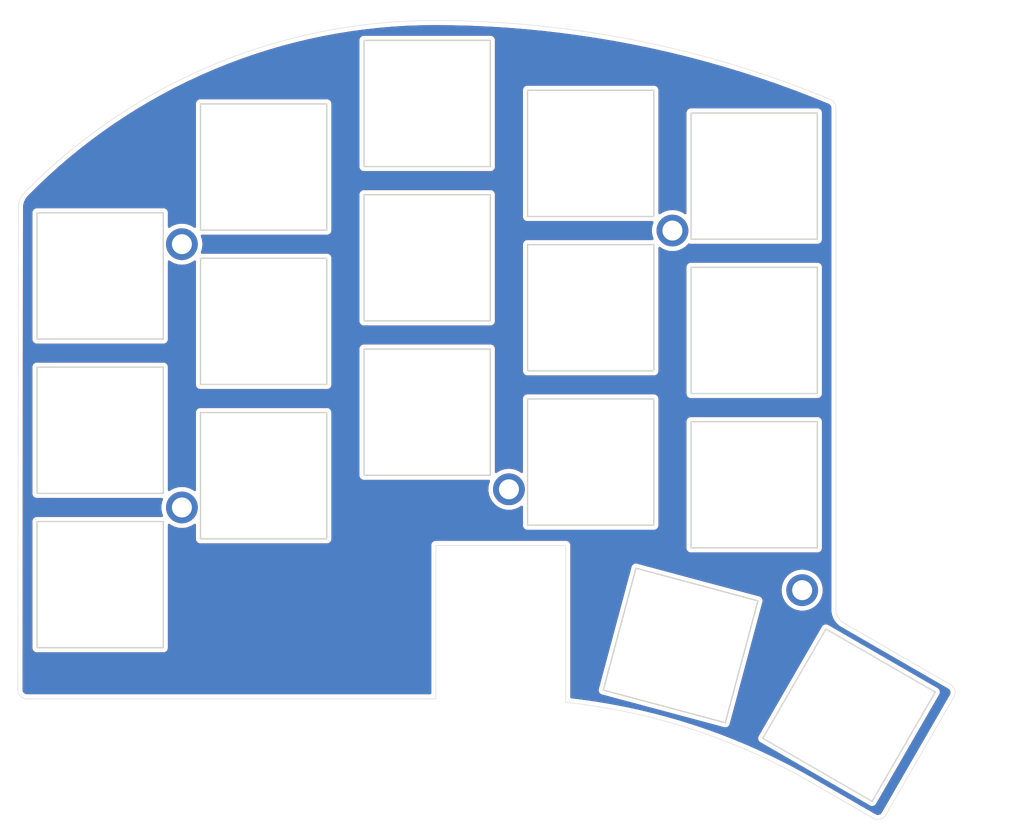
<source format=kicad_pcb>
(kicad_pcb (version 20211014) (generator pcbnew)
  (title_block (title "One Fell Swoop") (date "2021-11-27") (rev "0.3") (company "jmnw"))
  (layers (0 "F.Cu" signal) (31 "B.Cu" signal) (34 "B.Paste" user) (35 "F.Paste" user) (36 "B.SilkS" user "B.Silkscreen") (37 "F.SilkS" user "F.Silkscreen") (38 "B.Mask" user) (39 "F.Mask" user) (44 "Edge.Cuts" user))
  (net 0 "")
  (footprint "jmnw:M2_hole_3.5mm_2mm" (layer "F.Cu") (at 135.067714 82.371243)
    (fp_text reference "H3" hide)
    (fp_text value "M2 Hole" hide)
    (pad "" thru_hole circle (at 0 0) (size 3.5 3.5) (drill 2.2) (layers *.Cu *.Mask))
  )
  (footprint "jmnw:Choc_cutout" (layer "F.Cu") (at 108.068715 102.37124)
    (fp_text reference "SW13" hide)
    (fp_text value "Choc cutout" hide)
    (fp_line (start -6.95 -6.95) (end 6.95 -6.95) (layer "Edge.Cuts") (width 0.15))
    (fp_line (start 6.95 6.95) (end 6.95 -6.95) (layer "Edge.Cuts") (width 0.15))
    (fp_line (start -6.95 6.95) (end -6.95 -6.95) (layer "Edge.Cuts") (width 0.15))
    (fp_line (start -6.95 6.95) (end 6.95 6.95) (layer "Edge.Cuts") (width 0.15))
  )
  (footprint "jmnw:M2_hole_3.5mm_2mm" (layer "F.Cu") (at 81.068712 83.871741)
    (fp_text reference "H1" hide)
    (fp_text value "M2 Hole" hide)
    (pad "" thru_hole circle (at 0 0) (size 3.5 3.5) (drill 2.2) (layers *.Cu *.Mask))
  )
  (footprint "jmnw:Choc_cutout" (layer "F.Cu") (at 154.505679 135.749861 -30)
    (fp_text reference "SW17" hide)
    (fp_text value "Choc cutout" hide)
    (fp_line (start 6.95 6.95) (end 6.95 -6.95) (layer "Edge.Cuts") (width 0.15))
    (fp_line (start -6.95 6.95) (end -6.95 -6.95) (layer "Edge.Cuts") (width 0.15))
    (fp_line (start -6.95 6.95) (end 6.95 6.95) (layer "Edge.Cuts") (width 0.15))
    (fp_line (start -6.95 -6.95) (end 6.95 -6.95) (layer "Edge.Cuts") (width 0.15))
  )
  (footprint "jmnw:Choc_cutout" (layer "F.Cu") (at 126.067714 90.871239)
    (fp_text reference "SW9" hide)
    (fp_text value "Choc cutout" hide)
    (fp_line (start -6.95 6.95) (end 6.95 6.95) (layer "Edge.Cuts") (width 0.15))
    (fp_line (start 6.95 6.95) (end 6.95 -6.95) (layer "Edge.Cuts") (width 0.15))
    (fp_line (start -6.95 -6.95) (end 6.95 -6.95) (layer "Edge.Cuts") (width 0.15))
    (fp_line (start -6.95 6.95) (end -6.95 -6.95) (layer "Edge.Cuts") (width 0.15))
  )
  (footprint "jmnw:Choc_cutout" (layer "F.Cu") (at 72.068714 121.371741)
    (fp_text reference "SW11" hide)
    (fp_text value "Choc cutout" hide)
    (fp_line (start -6.95 6.95) (end 6.95 6.95) (layer "Edge.Cuts") (width 0.15))
    (fp_line (start -6.95 6.95) (end -6.95 -6.95) (layer "Edge.Cuts") (width 0.15))
    (fp_line (start -6.95 -6.95) (end 6.95 -6.95) (layer "Edge.Cuts") (width 0.15))
    (fp_line (start 6.95 6.95) (end 6.95 -6.95) (layer "Edge.Cuts") (width 0.15))
  )
  (footprint "jmnw:Choc_cutout" (layer "F.Cu") (at 144.068715 93.371244)
    (fp_text reference "SW10" hide)
    (fp_text value "Choc cutout" hide)
    (fp_line (start -6.95 -6.95) (end 6.95 -6.95) (layer "Edge.Cuts") (width 0.15))
    (fp_line (start 6.95 6.95) (end 6.95 -6.95) (layer "Edge.Cuts") (width 0.15))
    (fp_line (start -6.95 6.95) (end -6.95 -6.95) (layer "Edge.Cuts") (width 0.15))
    (fp_line (start -6.95 6.95) (end 6.95 6.95) (layer "Edge.Cuts") (width 0.15))
  )
  (footprint "jmnw:Choc_cutout" (layer "F.Cu") (at 72.068711 104.371738)
    (fp_text reference "SW6" hide)
    (fp_text value "Choc cutout" hide)
    (fp_line (start -6.95 6.95) (end -6.95 -6.95) (layer "Edge.Cuts") (width 0.15))
    (fp_line (start 6.95 6.95) (end 6.95 -6.95) (layer "Edge.Cuts") (width 0.15))
    (fp_line (start -6.95 -6.95) (end 6.95 -6.95) (layer "Edge.Cuts") (width 0.15))
    (fp_line (start -6.95 6.95) (end 6.95 6.95) (layer "Edge.Cuts") (width 0.15))
  )
  (footprint "jmnw:Choc_cutout" (layer "F.Cu") (at 90.068717 109.371743)
    (fp_text reference "SW12" hide)
    (fp_text value "Choc cutout" hide)
    (fp_line (start -6.95 -6.95) (end 6.95 -6.95) (layer "Edge.Cuts") (width 0.15))
    (fp_line (start 6.95 6.95) (end 6.95 -6.95) (layer "Edge.Cuts") (width 0.15))
    (fp_line (start -6.95 6.95) (end -6.95 -6.95) (layer "Edge.Cuts") (width 0.15))
    (fp_line (start -6.95 6.95) (end 6.95 6.95) (layer "Edge.Cuts") (width 0.15))
  )
  (footprint "jmnw:Choc_cutout" (layer "F.Cu") (at 108.068712 68.371242)
    (fp_text reference "SW3" hide)
    (fp_text value "Choc cutout" hide)
    (fp_line (start -6.95 6.95) (end -6.95 -6.95) (layer "Edge.Cuts") (width 0.15))
    (fp_line (start -6.95 -6.95) (end 6.95 -6.95) (layer "Edge.Cuts") (width 0.15))
    (fp_line (start 6.95 6.95) (end 6.95 -6.95) (layer "Edge.Cuts") (width 0.15))
    (fp_line (start -6.95 6.95) (end 6.95 6.95) (layer "Edge.Cuts") (width 0.15))
  )
  (footprint "jmnw:Choc_cutout" (layer "F.Cu") (at 144.068714 76.37124)
    (fp_text reference "SW5" hide)
    (fp_text value "Choc cutout" hide)
    (fp_line (start 6.95 6.95) (end 6.95 -6.95) (layer "Edge.Cuts") (width 0.15))
    (fp_line (start -6.95 -6.95) (end 6.95 -6.95) (layer "Edge.Cuts") (width 0.15))
    (fp_line (start -6.95 6.95) (end -6.95 -6.95) (layer "Edge.Cuts") (width 0.15))
    (fp_line (start -6.95 6.95) (end 6.95 6.95) (layer "Edge.Cuts") (width 0.15))
  )
  (footprint "jmnw:Choc_cutout" (layer "F.Cu") (at 72.06871 87.371742)
    (fp_text reference "SW1" hide)
    (fp_text value "Choc cutout" hide)
    (fp_line (start 6.95 6.95) (end 6.95 -6.95) (layer "Edge.Cuts") (width 0.15))
    (fp_line (start -6.95 -6.95) (end 6.95 -6.95) (layer "Edge.Cuts") (width 0.15))
    (fp_line (start -6.95 6.95) (end 6.95 6.95) (layer "Edge.Cuts") (width 0.15))
    (fp_line (start -6.95 6.95) (end -6.95 -6.95) (layer "Edge.Cuts") (width 0.15))
  )
  (footprint "jmnw:Choc_cutout" (layer "F.Cu") (at 126.067712 107.871242)
    (fp_text reference "SW14" hide)
    (fp_text value "Choc cutout" hide)
    (fp_line (start -6.95 6.95) (end -6.95 -6.95) (layer "Edge.Cuts") (width 0.15))
    (fp_line (start 6.95 6.95) (end 6.95 -6.95) (layer "Edge.Cuts") (width 0.15))
    (fp_line (start -6.95 6.95) (end 6.95 6.95) (layer "Edge.Cuts") (width 0.15))
    (fp_line (start -6.95 -6.95) (end 6.95 -6.95) (layer "Edge.Cuts") (width 0.15))
  )
  (footprint "jmnw:Choc_cutout" (layer "F.Cu") (at 90.068716 92.371737)
    (fp_text reference "SW7" hide)
    (fp_text value "Choc cutout" hide)
    (fp_line (start 6.95 6.95) (end 6.95 -6.95) (layer "Edge.Cuts") (width 0.15))
    (fp_line (start -6.95 6.95) (end 6.95 6.95) (layer "Edge.Cuts") (width 0.15))
    (fp_line (start -6.95 6.95) (end -6.95 -6.95) (layer "Edge.Cuts") (width 0.15))
    (fp_line (start -6.95 -6.95) (end 6.95 -6.95) (layer "Edge.Cuts") (width 0.15))
  )
  (footprint "jmnw:Choc_cutout" (layer "F.Cu") (at 126.067716 73.871244)
    (fp_text reference "SW4" hide)
    (fp_text value "Choc cutout" hide)
    (fp_line (start -6.95 6.95) (end 6.95 6.95) (layer "Edge.Cuts") (width 0.15))
    (fp_line (start 6.95 6.95) (end 6.95 -6.95) (layer "Edge.Cuts") (width 0.15))
    (fp_line (start -6.95 6.95) (end -6.95 -6.95) (layer "Edge.Cuts") (width 0.15))
    (fp_line (start -6.95 -6.95) (end 6.95 -6.95) (layer "Edge.Cuts") (width 0.15))
  )
  (footprint "jmnw:M2_hole_3.5mm_2mm" (layer "F.Cu") (at 81.068712 112.871739)
    (fp_text reference "H2" hide)
    (fp_text value "M2 Hole" hide)
    (pad "" thru_hole circle (at 0 0) (size 3.5 3.5) (drill 2.2) (layers *.Cu *.Mask))
  )
  (footprint "jmnw:Choc_cutout" (layer "F.Cu") (at 135.967756 128.070942 -15)
    (fp_text reference "SW16" hide)
    (fp_text value "Choc cutout" hide)
    (fp_line (start 6.95 6.95) (end 6.95 -6.95) (layer "Edge.Cuts") (width 0.15))
    (fp_line (start -6.95 6.95) (end 6.95 6.95) (layer "Edge.Cuts") (width 0.15))
    (fp_line (start -6.95 6.95) (end -6.95 -6.95) (layer "Edge.Cuts") (width 0.15))
    (fp_line (start -6.95 -6.95) (end 6.95 -6.95) (layer "Edge.Cuts") (width 0.15))
  )
  (footprint "jmnw:Choc_cutout" (layer "F.Cu") (at 108.068714 85.371239)
    (fp_text reference "SW8" hide)
    (fp_text value "Choc cutout" hide)
    (fp_line (start -6.95 6.95) (end -6.95 -6.95) (layer "Edge.Cuts") (width 0.15))
    (fp_line (start -6.95 -6.95) (end 6.95 -6.95) (layer "Edge.Cuts") (width 0.15))
    (fp_line (start 6.95 6.95) (end 6.95 -6.95) (layer "Edge.Cuts") (width 0.15))
    (fp_line (start -6.95 6.95) (end 6.95 6.95) (layer "Edge.Cuts") (width 0.15))
  )
  (footprint "jmnw:M2_hole_3.5mm_2mm" (layer "F.Cu") (at 117.068715 110.871238)
    (fp_text reference "H4" hide)
    (fp_text value "M2 Hole" hide)
    (pad "" thru_hole circle (at 0 0) (size 3.5 3.5) (drill 2.2) (layers *.Cu *.Mask))
  )
  (footprint "jmnw:M2_hole_3.5mm_2mm" (layer "F.Cu") (at 149.34987 121.981673)
    (fp_text reference "H4" hide)
    (fp_text value "M2 Hole" hide)
    (pad "" thru_hole circle (at 0 0) (size 3.5 3.5) (drill 2.2) (layers *.Cu *.Mask))
  )
  (footprint "jmnw:Choc_cutout" (layer "F.Cu") (at 144.068718 110.371239)
    (fp_text reference "SW15" hide)
    (fp_text value "Choc cutout" hide)
    (fp_line (start -6.95 6.95) (end 6.95 6.95) (layer "Edge.Cuts") (width 0.15))
    (fp_line (start 6.95 6.95) (end 6.95 -6.95) (layer "Edge.Cuts") (width 0.15))
    (fp_line (start -6.95 6.95) (end -6.95 -6.95) (layer "Edge.Cuts") (width 0.15))
    (fp_line (start -6.95 -6.95) (end 6.95 -6.95) (layer "Edge.Cuts") (width 0.15))
  )
  (footprint "jmnw:Choc_cutout" (layer "F.Cu") (at 90.068712 75.371742)
    (fp_text reference "SW2" hide)
    (fp_text value "Choc cutout" hide)
    (fp_line (start 6.95 6.95) (end 6.95 -6.95) (layer "Edge.Cuts") (width 0.15))
    (fp_line (start -6.95 -6.95) (end 6.95 -6.95) (layer "Edge.Cuts") (width 0.15))
    (fp_line (start -6.95 6.95) (end -6.95 -6.95) (layer "Edge.Cuts") (width 0.15))
    (fp_line (start -6.95 6.95) (end 6.95 6.95) (layer "Edge.Cuts") (width 0.15))
  )
  (gr_line (start 63.069272 79.872694) (end 63.01514 132.951598) (layer "Edge.Cuts") (width 0.05))
  (gr_line (start 109.027 117.052096) (end 123.322858 117.052495) (layer "Edge.Cuts") (width 0.05))
  (gr_arc (start 63.069272 79.872694) (mid 63.248737 78.955554) (end 63.760713 78.173739) (layer "Edge.Cuts") (width 0.05))
  (gr_arc (start 64.015142 133.951601) (mid 63.308034 133.658706) (end 63.01514 132.951598) (layer "Edge.Cuts") (width 0.05))
  (gr_line (start 153.068213 68.870908) (end 153.068341 124.104714) (layer "Edge.Cuts") (width 0.05))
  (gr_line (start 165.684221 132.388743) (end 153.934626 125.604564) (layer "Edge.Cuts") (width 0.05))
  (gr_line (start 109.027 117.052096) (end 109.027 133.952) (layer "Edge.Cuts") (width 0.05))
  (gr_line (start 109.027 133.952) (end 64.015142 133.951601) (layer "Edge.Cuts") (width 0.05))
  (gr_line (start 157.184299 147.110821) (end 150.256275 143.110923) (layer "Edge.Cuts") (width 0.05))
  (gr_arc (start 165.684221 132.388743) (mid 166.150148 132.995948) (end 166.05025 133.754768) (layer "Edge.Cuts") (width 0.05))
  (gr_arc (start 108.844098 59.236877) (mid 131.0768 61.432294) (end 152.450711 67.933741) (layer "Edge.Cuts") (width 0.05))
  (gr_arc (start 123.322858 134.337399) (mid 137.249028 137.313682) (end 150.256275 143.110923) (layer "Edge.Cuts") (width 0.05))
  (gr_arc (start 152.450711 67.933741) (mid 152.903728 68.307267) (end 153.068213 68.870908) (layer "Edge.Cuts") (width 0.05))
  (gr_arc (start 158.550324 146.744792) (mid 157.943119 147.21072) (end 157.184299 147.110821) (layer "Edge.Cuts") (width 0.05))
  (gr_arc (start 153.934626 125.604564) (mid 153.300542 124.970699) (end 153.068341 124.104714) (layer "Edge.Cuts") (width 0.05))
  (gr_line (start 158.550324 146.744792) (end 166.05025 133.754768) (layer "Edge.Cuts") (width 0.05))
  (gr_line (start 123.322858 117.052495) (end 123.322858 134.337399) (layer "Edge.Cuts") (width 0.05))
  (gr_arc (start 63.760713 78.173739) (mid 84.394584 64.163318) (end 108.844098 59.236877) (layer "Edge.Cuts") (width 0.05))
  (zone (net 0) (net_name "") (layers F&B.Cu) (connect_pads (clearance 0.508)) (min_thickness 0.254) (fill yes (thermal_gap 0.508) (thermal_bridge_width 0.508) (island_removal_mode 1) (island_area_min 0))
    (polygon (pts (xy 172.827437 149.483552) (xy 61.515533 149.483552) (xy 61.043747 57.95716) (xy 173.771405 56.974784)))
  )
)
</source>
